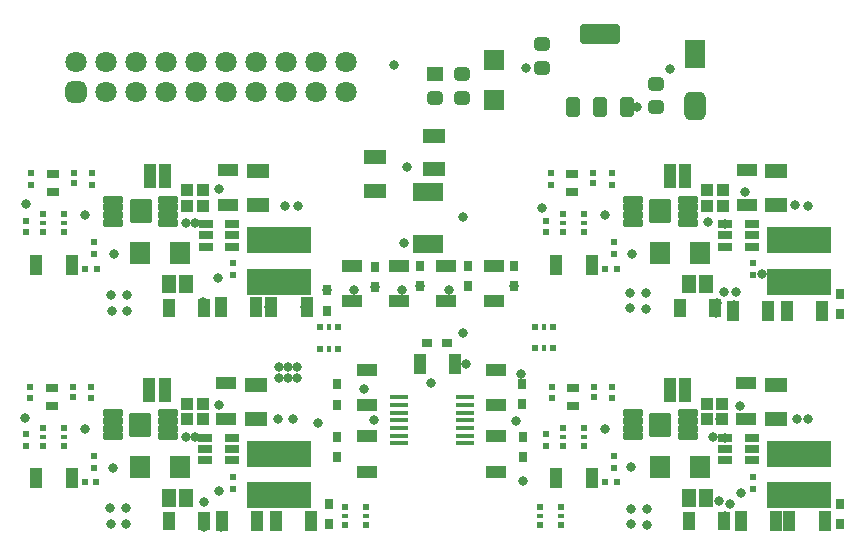
<source format=gts>
G04*
G04 #@! TF.GenerationSoftware,Altium Limited,Altium Designer,23.4.1 (23)*
G04*
G04 Layer_Color=8388736*
%FSLAX44Y44*%
%MOMM*%
G71*
G04*
G04 #@! TF.SameCoordinates,D2C56FB1-3194-4FD5-B733-79DB95D4BDB6*
G04*
G04*
G04 #@! TF.FilePolarity,Negative*
G04*
G01*
G75*
%ADD15R,0.6000X0.6000*%
%ADD21R,1.0000X1.8000*%
%ADD25R,0.6000X0.5000*%
%ADD26R,0.6000X0.4000*%
%ADD27R,0.5200X0.5200*%
%ADD28R,0.8000X0.9000*%
%ADD31R,1.8000X1.0000*%
%ADD37R,0.9000X0.8000*%
%ADD38R,0.4000X0.6000*%
%ADD39R,0.5000X0.6000*%
%ADD40R,1.0000X0.7500*%
%ADD44R,1.0500X1.6000*%
G04:AMPARAMS|DCode=49|XSize=0.6532mm|YSize=1.7532mm|CornerRadius=0.1511mm|HoleSize=0mm|Usage=FLASHONLY|Rotation=90.000|XOffset=0mm|YOffset=0mm|HoleType=Round|Shape=RoundedRectangle|*
%AMROUNDEDRECTD49*
21,1,0.6532,1.4510,0,0,90.0*
21,1,0.3510,1.7532,0,0,90.0*
1,1,0.3022,0.7255,0.1755*
1,1,0.3022,0.7255,-0.1755*
1,1,0.3022,-0.7255,-0.1755*
1,1,0.3022,-0.7255,0.1755*
%
%ADD49ROUNDEDRECTD49*%
G04:AMPARAMS|DCode=50|XSize=1.9332mm|YSize=2.0532mm|CornerRadius=0.1535mm|HoleSize=0mm|Usage=FLASHONLY|Rotation=0.000|XOffset=0mm|YOffset=0mm|HoleType=Round|Shape=RoundedRectangle|*
%AMROUNDEDRECTD50*
21,1,1.9332,1.7462,0,0,0.0*
21,1,1.6262,2.0532,0,0,0.0*
1,1,0.3070,0.8131,-0.8731*
1,1,0.3070,-0.8131,-0.8731*
1,1,0.3070,-0.8131,0.8731*
1,1,0.3070,0.8131,0.8731*
%
%ADD50ROUNDEDRECTD50*%
%ADD51R,1.0532X1.1032*%
G04:AMPARAMS|DCode=52|XSize=1.15mm|YSize=1.35mm|CornerRadius=0.325mm|HoleSize=0mm|Usage=FLASHONLY|Rotation=270.000|XOffset=0mm|YOffset=0mm|HoleType=Round|Shape=RoundedRectangle|*
%AMROUNDEDRECTD52*
21,1,1.1500,0.7000,0,0,270.0*
21,1,0.5000,1.3500,0,0,270.0*
1,1,0.6500,-0.3500,-0.2500*
1,1,0.6500,-0.3500,0.2500*
1,1,0.6500,0.3500,0.2500*
1,1,0.6500,0.3500,-0.2500*
%
%ADD52ROUNDEDRECTD52*%
%ADD53R,1.8532X1.3032*%
%ADD54R,0.5032X1.6032*%
G04:AMPARAMS|DCode=55|XSize=1.1032mm|YSize=1.6532mm|CornerRadius=0.1511mm|HoleSize=0mm|Usage=FLASHONLY|Rotation=180.000|XOffset=0mm|YOffset=0mm|HoleType=Round|Shape=RoundedRectangle|*
%AMROUNDEDRECTD55*
21,1,1.1032,1.3510,0,0,180.0*
21,1,0.8010,1.6532,0,0,180.0*
1,1,0.3022,-0.4005,0.6755*
1,1,0.3022,0.4005,0.6755*
1,1,0.3022,0.4005,-0.6755*
1,1,0.3022,-0.4005,-0.6755*
%
%ADD55ROUNDEDRECTD55*%
G04:AMPARAMS|DCode=56|XSize=3.3532mm|YSize=1.6532mm|CornerRadius=0.1524mm|HoleSize=0mm|Usage=FLASHONLY|Rotation=180.000|XOffset=0mm|YOffset=0mm|HoleType=Round|Shape=RoundedRectangle|*
%AMROUNDEDRECTD56*
21,1,3.3532,1.3485,0,0,180.0*
21,1,3.0485,1.6532,0,0,180.0*
1,1,0.3047,-1.5243,0.6743*
1,1,0.3047,1.5243,0.6743*
1,1,0.3047,1.5243,-0.6743*
1,1,0.3047,-1.5243,-0.6743*
%
%ADD56ROUNDEDRECTD56*%
G04:AMPARAMS|DCode=57|XSize=1.8032mm|YSize=2.4032mm|CornerRadius=0.5016mm|HoleSize=0mm|Usage=FLASHONLY|Rotation=0.000|XOffset=0mm|YOffset=0mm|HoleType=Round|Shape=RoundedRectangle|*
%AMROUNDEDRECTD57*
21,1,1.8032,1.4000,0,0,0.0*
21,1,0.8000,2.4032,0,0,0.0*
1,1,1.0032,0.4000,-0.7000*
1,1,1.0032,-0.4000,-0.7000*
1,1,1.0032,-0.4000,0.7000*
1,1,1.0032,0.4000,0.7000*
%
%ADD57ROUNDEDRECTD57*%
%ADD58R,1.8032X2.4032*%
%ADD59R,0.6000X0.6000*%
%ADD60R,1.1532X0.8032*%
%ADD61R,5.5032X2.2032*%
%ADD62R,1.7232X1.8832*%
%ADD63R,1.3032X1.5532*%
%ADD64R,1.1032X1.0532*%
%ADD65R,1.6000X0.3500*%
%ADD66R,1.7272X1.7272*%
%ADD67R,1.3500X1.1500*%
%ADD68C,1.8032*%
G04:AMPARAMS|DCode=69|XSize=1.8032mm|YSize=1.8032mm|CornerRadius=0.5016mm|HoleSize=0mm|Usage=FLASHONLY|Rotation=0.000|XOffset=0mm|YOffset=0mm|HoleType=Round|Shape=RoundedRectangle|*
%AMROUNDEDRECTD69*
21,1,1.8032,0.8000,0,0,0.0*
21,1,0.8000,1.8032,0,0,0.0*
1,1,1.0032,0.4000,-0.4000*
1,1,1.0032,-0.4000,-0.4000*
1,1,1.0032,-0.4000,0.4000*
1,1,1.0032,0.4000,0.4000*
%
%ADD69ROUNDEDRECTD69*%
%ADD70C,0.8032*%
D15*
X1509302Y368674D02*
D03*
Y383674D02*
D03*
X1527302D02*
D03*
Y368674D02*
D03*
X1712084Y435742D02*
D03*
Y450742D02*
D03*
X1694084D02*
D03*
Y435742D02*
D03*
X1271702D02*
D03*
Y450742D02*
D03*
X1253702D02*
D03*
Y435742D02*
D03*
X1271890Y616699D02*
D03*
Y631699D02*
D03*
X1253890D02*
D03*
Y616699D02*
D03*
X1712066D02*
D03*
Y631699D02*
D03*
X1694066D02*
D03*
Y616699D02*
D03*
X1692512Y383674D02*
D03*
Y368674D02*
D03*
X1674512D02*
D03*
Y383674D02*
D03*
D21*
X1874548Y371868D02*
D03*
X1844548D02*
D03*
X1915696D02*
D03*
X1885696D02*
D03*
X1434354Y552825D02*
D03*
X1404354D02*
D03*
X1572754Y504698D02*
D03*
X1602754D02*
D03*
X1688592Y407936D02*
D03*
X1718592D02*
D03*
X1248210D02*
D03*
X1278210D02*
D03*
X1451156Y371614D02*
D03*
X1481156D02*
D03*
X1405182Y371868D02*
D03*
X1435182D02*
D03*
X1248398Y588893D02*
D03*
X1278398D02*
D03*
X1447280Y552825D02*
D03*
X1477280D02*
D03*
X1883646Y549777D02*
D03*
X1913646D02*
D03*
X1688574Y588893D02*
D03*
X1718574D02*
D03*
X1838180Y549777D02*
D03*
X1868180D02*
D03*
D25*
X1243144Y475774D02*
D03*
Y485774D02*
D03*
X1295402Y666731D02*
D03*
Y656731D02*
D03*
X1679716Y445274D02*
D03*
Y435274D02*
D03*
X1737628Y416986D02*
D03*
Y426986D02*
D03*
X1684542Y485774D02*
D03*
Y475774D02*
D03*
X1736104D02*
D03*
Y485774D02*
D03*
X1855162Y399368D02*
D03*
Y409368D02*
D03*
X1239334Y445274D02*
D03*
Y435274D02*
D03*
X1297246Y416986D02*
D03*
Y426986D02*
D03*
X1294706Y475774D02*
D03*
Y485774D02*
D03*
X1414780Y399368D02*
D03*
Y409368D02*
D03*
X1239522Y626231D02*
D03*
Y616231D02*
D03*
X1297434Y597943D02*
D03*
Y607943D02*
D03*
X1243840Y666731D02*
D03*
Y656731D02*
D03*
X1414968Y580325D02*
D03*
Y590325D02*
D03*
X1679698Y626231D02*
D03*
Y616231D02*
D03*
X1737610Y597943D02*
D03*
Y607943D02*
D03*
X1683762Y666731D02*
D03*
Y656731D02*
D03*
X1735324D02*
D03*
Y666731D02*
D03*
X1855144Y580325D02*
D03*
Y590325D02*
D03*
D26*
X1509302Y376174D02*
D03*
X1527302D02*
D03*
X1712084Y443242D02*
D03*
X1694084D02*
D03*
X1271702D02*
D03*
X1253702D02*
D03*
X1271890Y624199D02*
D03*
X1253890D02*
D03*
X1712066D02*
D03*
X1694066D02*
D03*
X1692512Y376174D02*
D03*
X1674512D02*
D03*
D27*
X1279908Y666231D02*
D03*
Y658231D02*
D03*
X1720610Y477274D02*
D03*
Y485274D02*
D03*
X1279212Y477274D02*
D03*
Y485274D02*
D03*
X1719830Y658231D02*
D03*
Y666231D02*
D03*
D28*
X1494030Y567167D02*
D03*
Y550167D02*
D03*
X1535430Y587366D02*
D03*
Y570366D02*
D03*
X1573530Y588000D02*
D03*
Y571000D02*
D03*
X1614170Y588000D02*
D03*
Y571000D02*
D03*
X1653032Y588000D02*
D03*
Y571000D02*
D03*
X1928382Y369210D02*
D03*
Y386210D02*
D03*
X1496382Y369210D02*
D03*
Y386210D02*
D03*
X1928872Y547119D02*
D03*
Y564119D02*
D03*
X1503172Y426348D02*
D03*
Y443348D02*
D03*
Y487544D02*
D03*
Y470544D02*
D03*
X1660144Y443348D02*
D03*
Y426348D02*
D03*
X1659128Y470798D02*
D03*
Y487798D02*
D03*
D31*
X1515618Y588024D02*
D03*
Y558024D02*
D03*
X1555750Y588024D02*
D03*
Y558024D02*
D03*
X1595374Y588024D02*
D03*
Y558024D02*
D03*
X1635506Y588024D02*
D03*
Y558024D02*
D03*
X1848880Y488468D02*
D03*
Y458468D02*
D03*
X1409260Y488468D02*
D03*
Y458468D02*
D03*
X1410210Y669425D02*
D03*
Y639425D02*
D03*
X1849624Y669425D02*
D03*
Y639425D02*
D03*
X1528064Y470140D02*
D03*
Y500140D02*
D03*
Y443752D02*
D03*
Y413752D02*
D03*
X1637284Y443752D02*
D03*
Y413752D02*
D03*
X1637538Y470140D02*
D03*
Y500140D02*
D03*
D37*
X1579000Y522732D02*
D03*
X1596000D02*
D03*
D38*
X1495806Y517796D02*
D03*
Y535796D02*
D03*
X1678178Y536146D02*
D03*
Y518146D02*
D03*
D39*
X1729580Y404634D02*
D03*
X1739580D02*
D03*
X1289198D02*
D03*
X1299198D02*
D03*
X1289386Y585591D02*
D03*
X1299386D02*
D03*
X1729562D02*
D03*
X1739562D02*
D03*
D40*
X1702830Y469524D02*
D03*
Y484524D02*
D03*
X1261432Y469524D02*
D03*
Y484524D02*
D03*
X1262128Y650481D02*
D03*
Y665481D02*
D03*
X1702050Y650481D02*
D03*
Y665481D02*
D03*
D44*
X1830356Y371614D02*
D03*
X1800856D02*
D03*
X1389974D02*
D03*
X1360474D02*
D03*
X1390162Y552571D02*
D03*
X1360662D02*
D03*
X1822718D02*
D03*
X1793218D02*
D03*
D49*
X1753494Y463166D02*
D03*
X1799994D02*
D03*
Y456666D02*
D03*
Y450166D02*
D03*
Y443666D02*
D03*
X1753494Y456666D02*
D03*
Y450166D02*
D03*
Y443666D02*
D03*
X1313112D02*
D03*
Y450166D02*
D03*
Y456666D02*
D03*
X1359612Y443666D02*
D03*
Y450166D02*
D03*
Y456666D02*
D03*
Y463166D02*
D03*
X1313112D02*
D03*
X1313300Y624623D02*
D03*
Y631123D02*
D03*
Y637623D02*
D03*
X1359800Y624623D02*
D03*
Y631123D02*
D03*
Y637623D02*
D03*
Y644123D02*
D03*
X1313300D02*
D03*
X1753476Y624623D02*
D03*
Y631123D02*
D03*
Y637623D02*
D03*
X1799976Y624623D02*
D03*
Y631123D02*
D03*
Y637623D02*
D03*
Y644123D02*
D03*
X1753476Y644123D02*
D03*
D50*
X1776744Y453416D02*
D03*
X1336362D02*
D03*
X1336550Y634373D02*
D03*
X1776726D02*
D03*
D51*
X1357086Y488200D02*
D03*
X1344086D02*
D03*
X1784468Y477786D02*
D03*
X1797468D02*
D03*
X1784468Y488200D02*
D03*
X1797468D02*
D03*
X1344086Y477786D02*
D03*
X1357086D02*
D03*
X1344274Y658743D02*
D03*
X1357274D02*
D03*
X1344274Y669157D02*
D03*
X1357274D02*
D03*
X1784450Y658743D02*
D03*
X1797450D02*
D03*
X1784450Y669157D02*
D03*
X1797450D02*
D03*
D52*
X1676654Y775556D02*
D03*
Y755556D02*
D03*
X1773174Y742188D02*
D03*
Y722188D02*
D03*
X1609090Y750156D02*
D03*
Y730156D02*
D03*
X1586230Y730410D02*
D03*
D53*
X1535176Y679730D02*
D03*
Y651230D02*
D03*
X1874280Y458710D02*
D03*
Y487210D02*
D03*
X1434660Y458710D02*
D03*
Y487210D02*
D03*
X1436118Y639667D02*
D03*
Y668167D02*
D03*
X1874770Y639667D02*
D03*
Y668167D02*
D03*
X1584960Y669798D02*
D03*
Y698298D02*
D03*
D54*
X1589880Y606650D02*
D03*
X1584880D02*
D03*
X1579880D02*
D03*
X1574880D02*
D03*
X1569880D02*
D03*
Y650650D02*
D03*
X1574880D02*
D03*
X1579880D02*
D03*
X1584880D02*
D03*
X1589880D02*
D03*
D55*
X1702422Y722360D02*
D03*
X1725422D02*
D03*
X1748422D02*
D03*
D56*
X1725422Y783860D02*
D03*
D57*
X1805686Y722982D02*
D03*
D58*
Y766982D02*
D03*
D59*
X1488306Y517796D02*
D03*
X1503306D02*
D03*
Y535796D02*
D03*
X1488306D02*
D03*
X1685678Y536146D02*
D03*
X1670678D02*
D03*
Y518146D02*
D03*
X1685678D02*
D03*
D60*
X1831788Y442328D02*
D03*
Y432828D02*
D03*
Y423328D02*
D03*
X1854288Y442328D02*
D03*
Y432828D02*
D03*
Y423328D02*
D03*
X1391406Y442328D02*
D03*
Y432828D02*
D03*
Y423328D02*
D03*
X1413906Y442328D02*
D03*
Y432828D02*
D03*
Y423328D02*
D03*
X1391594Y623285D02*
D03*
Y613785D02*
D03*
Y604285D02*
D03*
X1414094Y623285D02*
D03*
Y613785D02*
D03*
Y604285D02*
D03*
X1831770Y623285D02*
D03*
X1831770Y613785D02*
D03*
X1831770Y604285D02*
D03*
X1854270Y623285D02*
D03*
Y613785D02*
D03*
Y604285D02*
D03*
D61*
X1894346Y393738D02*
D03*
Y428738D02*
D03*
X1453964Y393738D02*
D03*
Y428738D02*
D03*
X1454152Y574695D02*
D03*
Y609695D02*
D03*
X1894328Y574695D02*
D03*
Y609695D02*
D03*
D62*
X1810272Y417588D02*
D03*
X1776272D02*
D03*
X1369890D02*
D03*
X1335890D02*
D03*
X1370078Y598545D02*
D03*
X1336078D02*
D03*
X1810254D02*
D03*
X1776254D02*
D03*
D63*
X1801240Y391426D02*
D03*
X1815240D02*
D03*
X1360858D02*
D03*
X1374858D02*
D03*
X1361046Y572383D02*
D03*
X1375046D02*
D03*
X1801222D02*
D03*
X1815222D02*
D03*
D64*
X1828814Y458078D02*
D03*
Y471078D02*
D03*
X1816114Y458078D02*
D03*
Y471078D02*
D03*
X1389194Y458078D02*
D03*
Y471078D02*
D03*
X1375732Y458078D02*
D03*
Y471078D02*
D03*
X1389636Y639035D02*
D03*
Y652035D02*
D03*
X1375920Y639035D02*
D03*
Y652035D02*
D03*
X1829304Y639035D02*
D03*
Y652035D02*
D03*
X1816096Y639035D02*
D03*
Y652035D02*
D03*
D65*
X1555122Y476596D02*
D03*
Y470096D02*
D03*
Y463596D02*
D03*
Y457096D02*
D03*
Y450596D02*
D03*
Y444096D02*
D03*
Y437596D02*
D03*
X1611122D02*
D03*
Y444096D02*
D03*
Y450596D02*
D03*
Y457096D02*
D03*
Y463596D02*
D03*
Y470096D02*
D03*
Y476596D02*
D03*
D66*
X1635760Y728091D02*
D03*
Y762381D02*
D03*
D67*
X1586230Y750410D02*
D03*
D68*
X1357884Y735330D02*
D03*
X1383284D02*
D03*
X1510284Y760730D02*
D03*
X1484884D02*
D03*
X1459484Y760730D02*
D03*
X1510284Y735330D02*
D03*
X1484884D02*
D03*
X1459484D02*
D03*
X1281684Y760730D02*
D03*
X1307084Y735330D02*
D03*
X1307084Y760730D02*
D03*
X1332484Y735330D02*
D03*
Y760730D02*
D03*
X1357884D02*
D03*
X1408684Y735330D02*
D03*
X1383284Y760730D02*
D03*
X1408684D02*
D03*
X1434084Y735330D02*
D03*
Y760730D02*
D03*
D69*
X1281684Y735330D02*
D03*
D70*
X1314196Y598424D02*
D03*
X1313180Y416560D02*
D03*
X1751543Y417281D02*
D03*
X1402080Y577850D02*
D03*
X1402588Y397589D02*
D03*
X1844548Y395684D02*
D03*
Y376174D02*
D03*
X1874548Y371868D02*
D03*
X1844294Y368808D02*
D03*
X1885696Y371868D02*
D03*
X1517650Y567944D02*
D03*
X1558290D02*
D03*
X1597406Y567436D02*
D03*
X1752346Y597916D02*
D03*
X1824228Y556768D02*
D03*
X1838452Y545338D02*
D03*
X1838960Y554736D02*
D03*
X1823974Y548132D02*
D03*
X1390142Y367284D02*
D03*
X1404874Y375158D02*
D03*
X1389888Y375412D02*
D03*
X1815222Y572383D02*
D03*
X1868180Y549777D02*
D03*
X1883646D02*
D03*
X1840738Y565658D02*
D03*
X1830578Y565912D02*
D03*
X1435182Y371868D02*
D03*
X1481156Y371614D02*
D03*
X1451156D02*
D03*
X1494028Y567436D02*
D03*
X1389888Y639318D02*
D03*
X1436116Y638302D02*
D03*
X1458468D02*
D03*
X1469644D02*
D03*
X1389126Y457708D02*
D03*
X1453134Y457962D02*
D03*
X1435100Y458216D02*
D03*
X1465834D02*
D03*
X1848612Y650494D02*
D03*
X1901444Y639064D02*
D03*
X1890776Y639318D02*
D03*
X1875028Y639064D02*
D03*
X1829308D02*
D03*
X1901444Y457962D02*
D03*
X1892300D02*
D03*
X1874266Y457708D02*
D03*
X1390396Y388112D02*
D03*
X1815592Y391668D02*
D03*
X1835404Y386334D02*
D03*
X1404874Y367284D02*
D03*
X1465326Y577088D02*
D03*
X1451102Y570992D02*
D03*
X1440688Y577342D02*
D03*
X1827290Y458078D02*
D03*
X1635506Y558024D02*
D03*
X1653032Y571000D02*
D03*
X1595374Y558024D02*
D03*
X1535430Y570366D02*
D03*
X1515618Y558024D02*
D03*
X1573530Y571000D02*
D03*
X1772920Y722630D02*
D03*
X1757172D02*
D03*
X1662684Y755650D02*
D03*
X1636014Y727710D02*
D03*
X1609090Y730156D02*
D03*
X1915696Y371868D02*
D03*
X1445502Y552825D02*
D03*
X1475502D02*
D03*
X1389380Y557022D02*
D03*
Y549402D02*
D03*
X1404874Y557022D02*
D03*
Y549402D02*
D03*
X1658620Y496570D02*
D03*
X1382268Y624586D02*
D03*
X1374902D02*
D03*
X1434354Y552825D02*
D03*
X1862707Y580668D02*
D03*
X1831770Y623285D02*
D03*
X1816862Y624840D02*
D03*
X1820926Y442976D02*
D03*
X1831788Y442328D02*
D03*
X1785112Y754634D02*
D03*
X1311910Y563372D02*
D03*
X1403350Y469900D02*
D03*
X1550924Y757936D02*
D03*
X1562100Y672084D02*
D03*
X1525778Y483870D02*
D03*
X1487170Y454914D02*
D03*
X1612392Y504698D02*
D03*
X1552956Y559054D02*
D03*
X1660144Y406146D02*
D03*
X1654302Y456946D02*
D03*
X1461354Y502412D02*
D03*
X1468628D02*
D03*
X1454081D02*
D03*
Y493014D02*
D03*
X1461354D02*
D03*
X1468628D02*
D03*
X1609344Y530812D02*
D03*
X1804416Y722630D02*
D03*
X1559560Y607568D02*
D03*
X1609344Y629666D02*
D03*
X1582674Y488442D02*
D03*
X1534264Y457096D02*
D03*
X1825956Y388863D02*
D03*
X1831340Y376169D02*
D03*
Y369051D02*
D03*
X1374858Y391426D02*
D03*
X1375046Y572383D02*
D03*
X1312164Y549910D02*
D03*
X1676654Y637032D02*
D03*
X1844040Y469392D02*
D03*
X1403350Y652780D02*
D03*
X1239012Y459232D02*
D03*
X1239266Y640588D02*
D03*
X1752092Y369062D02*
D03*
X1765046Y368808D02*
D03*
X1751838Y382524D02*
D03*
X1765046D02*
D03*
X1311148Y369316D02*
D03*
X1324102Y369062D02*
D03*
X1310894Y382778D02*
D03*
X1324102D02*
D03*
X1325118Y549656D02*
D03*
Y563372D02*
D03*
X1764284Y565404D02*
D03*
X1751076D02*
D03*
X1764284Y551688D02*
D03*
X1751330Y551942D02*
D03*
X1913310Y552813D02*
D03*
X1729668Y631045D02*
D03*
X1729686Y450088D02*
D03*
X1383030Y442976D02*
D03*
X1375137Y443070D02*
D03*
X1289304Y450088D02*
D03*
X1289492Y631045D02*
D03*
M02*

</source>
